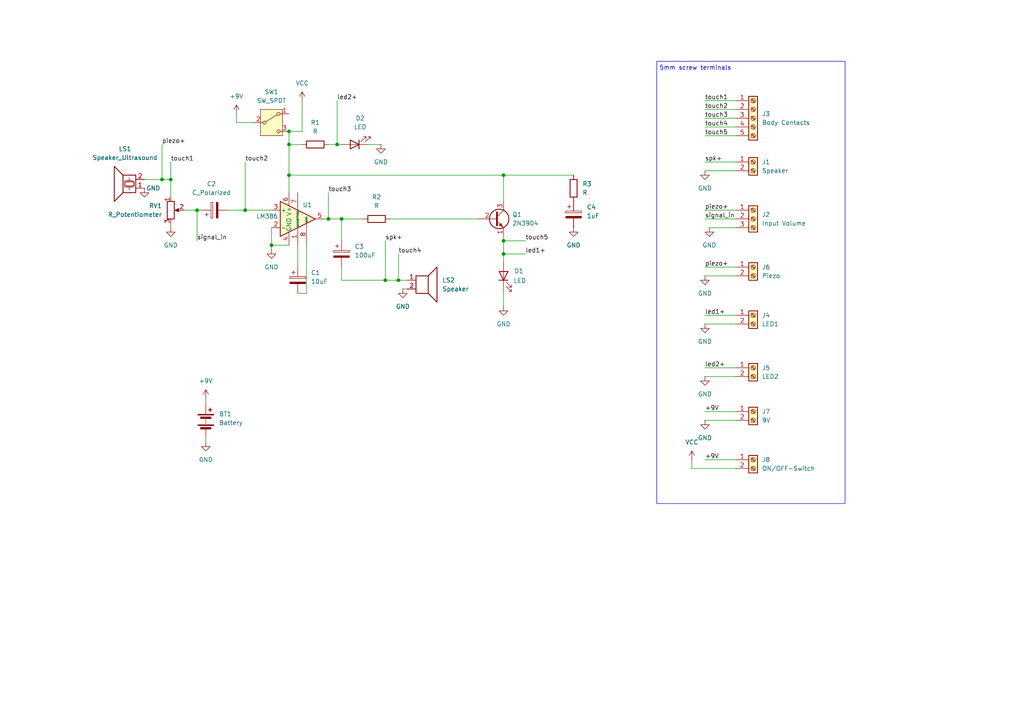
<source format=kicad_sch>
(kicad_sch (version 20231120) (generator "eeschema") (generator_version "8.0")
  (paper "A4")
  (lib_symbols
    (symbol "Amplifier_Audio:LM386" (pin_names (offset 0.127))
      (property "Reference" "U" (at 1.27 7.62 0))
      (property "Value" "LM386" (at 1.27 5.08 0))
      (symbol "LM386_0_1"
        (polyline (pts (xy 5.08 0) (xy -5.08 5.08) (xy -5.08 -5.08) (xy 5.08 0)) (stroke (width 0.254)) (fill (type background)))
      )
      (symbol "LM386_1_1"
        (pin input line (at 0 -7.62 90) (length 5.08) (name "GAIN") (number "1"))
        (pin input line (at -7.62 -2.54 0) (length 2.54) (name "-") (number "2"))
        (pin input line (at -7.62 2.54 0) (length 2.54) (name "+") (number "3"))
        (pin power_in line (at -2.54 -7.62 90) (length 3.81) (name "GND") (number "4"))
        (pin output line (at 7.62 0 180) (length 2.54) (name "~") (number "5"))
        (pin power_in line (at -2.54 7.62 270) (length 3.81) (name "V+") (number "6"))
        (pin input line (at 0 7.62 270) (length 5.08) (name "BYPASS") (number "7"))
        (pin input line (at 2.54 -7.62 90) (length 6.35) (name "GAIN") (number "8"))
      )
    )
    (symbol "Connector:Screw_Terminal_01x02" (pin_names (offset 1.016) hide)
      (property "Reference" "J" (at 0 2.54 0))
      (property "Value" "Screw_Terminal_01x02" (at 0 -5.08 0))
      (symbol "Screw_Terminal_01x02_1_1"
        (rectangle (start -1.27 1.27) (end 1.27 -3.81) (stroke (width 0.254)) (fill (type background)))
        (circle (center 0 -2.54) (radius 0.635) (stroke (width 0.1524)))
        (polyline (pts (xy -0.5334 -2.2098) (xy 0.3302 -3.048)) (stroke (width 0.1524)))
        (polyline (pts (xy -0.5334 0.3302) (xy 0.3302 -0.508)) (stroke (width 0.1524)))
        (polyline (pts (xy -0.3556 -2.032) (xy 0.508 -2.8702)) (stroke (width 0.1524)))
        (polyline (pts (xy -0.3556 0.508) (xy 0.508 -0.3302)) (stroke (width 0.1524)))
        (circle (center 0 0) (radius 0.635) (stroke (width 0.1524)))
        (pin passive line (at -5.08 0 0) (length 3.81) (name "Pin_1") (number "1"))
        (pin passive line (at -5.08 -2.54 0) (length 3.81) (name "Pin_2") (number "2"))
      )
    )
    (symbol "Connector:Screw_Terminal_01x03" (pin_names (offset 1.016) hide)
      (property "Reference" "J" (at 0 5.08 0))
      (property "Value" "Screw_Terminal_01x03" (at 0 -5.08 0))
      (symbol "Screw_Terminal_01x03_1_1"
        (rectangle (start -1.27 3.81) (end 1.27 -3.81) (stroke (width 0.254)) (fill (type background)))
        (circle (center 0 -2.54) (radius 0.635) (stroke (width 0.1524)))
        (polyline (pts (xy -0.5334 -2.2098) (xy 0.3302 -3.048)) (stroke (width 0.1524)))
        (polyline (pts (xy -0.5334 0.3302) (xy 0.3302 -0.508)) (stroke (width 0.1524)))
        (polyline (pts (xy -0.5334 2.8702) (xy 0.3302 2.032)) (stroke (width 0.1524)))
        (polyline (pts (xy -0.3556 -2.032) (xy 0.508 -2.8702)) (stroke (width 0.1524)))
        (polyline (pts (xy -0.3556 0.508) (xy 0.508 -0.3302)) (stroke (width 0.1524)))
        (polyline (pts (xy -0.3556 3.048) (xy 0.508 2.2098)) (stroke (width 0.1524)))
        (circle (center 0 0) (radius 0.635) (stroke (width 0.1524)))
        (circle (center 0 2.54) (radius 0.635) (stroke (width 0.1524)))
        (pin passive line (at -5.08 2.54 0) (length 3.81) (name "Pin_1") (number "1"))
        (pin passive line (at -5.08 0 0) (length 3.81) (name "Pin_2") (number "2"))
        (pin passive line (at -5.08 -2.54 0) (length 3.81) (name "Pin_3") (number "3"))
      )
    )
    (symbol "Connector:Screw_Terminal_01x05" (pin_names (offset 1.016) hide)
      (property "Reference" "J" (at 0 7.62 0))
      (property "Value" "Screw_Terminal_01x05" (at 0 -7.62 0))
      (symbol "Screw_Terminal_01x05_1_1"
        (rectangle (start -1.27 6.35) (end 1.27 -6.35) (stroke (width 0.254)) (fill (type background)))
        (circle (center 0 -5.08) (radius 0.635) (stroke (width 0.1524)))
        (circle (center 0 -2.54) (radius 0.635) (stroke (width 0.1524)))
        (polyline (pts (xy -0.5334 -4.7498) (xy 0.3302 -5.588)) (stroke (width 0.1524)))
        (polyline (pts (xy -0.5334 -2.2098) (xy 0.3302 -3.048)) (stroke (width 0.1524)))
        (polyline (pts (xy -0.5334 0.3302) (xy 0.3302 -0.508)) (stroke (width 0.1524)))
        (polyline (pts (xy -0.5334 2.8702) (xy 0.3302 2.032)) (stroke (width 0.1524)))
        (polyline (pts (xy -0.5334 5.4102) (xy 0.3302 4.572)) (stroke (width 0.1524)))
        (polyline (pts (xy -0.3556 -4.572) (xy 0.508 -5.4102)) (stroke (width 0.1524)))
        (polyline (pts (xy -0.3556 -2.032) (xy 0.508 -2.8702)) (stroke (width 0.1524)))
        (polyline (pts (xy -0.3556 0.508) (xy 0.508 -0.3302)) (stroke (width 0.1524)))
        (polyline (pts (xy -0.3556 3.048) (xy 0.508 2.2098)) (stroke (width 0.1524)))
        (polyline (pts (xy -0.3556 5.588) (xy 0.508 4.7498)) (stroke (width 0.1524)))
        (circle (center 0 0) (radius 0.635) (stroke (width 0.1524)))
        (circle (center 0 2.54) (radius 0.635) (stroke (width 0.1524)))
        (circle (center 0 5.08) (radius 0.635) (stroke (width 0.1524)))
        (pin passive line (at -5.08 5.08 0) (length 3.81) (name "Pin_1") (number "1"))
        (pin passive line (at -5.08 2.54 0) (length 3.81) (name "Pin_2") (number "2"))
        (pin passive line (at -5.08 0 0) (length 3.81) (name "Pin_3") (number "3"))
        (pin passive line (at -5.08 -2.54 0) (length 3.81) (name "Pin_4") (number "4"))
        (pin passive line (at -5.08 -5.08 0) (length 3.81) (name "Pin_5") (number "5"))
      )
    )
    (symbol "Device:Battery" (pin_numbers hide) (pin_names (offset 0) hide)
      (property "Reference" "BT" (at 2.54 2.54 0))
      (property "Value" "Battery" (at 2.54 0 0))
      (symbol "Battery_0_1"
        (rectangle (start -2.286 -1.27) (end 2.286 -1.524) (fill (type outline)))
        (rectangle (start -2.286 1.778) (end 2.286 1.524) (fill (type outline)))
        (rectangle (start -1.524 -2.032) (end 1.524 -2.54) (fill (type outline)))
        (rectangle (start -1.524 1.016) (end 1.524 0.508) (fill (type outline)))
        (polyline (pts (xy 0 -1.016) (xy 0 -0.762)))
        (polyline (pts (xy 0 -0.508) (xy 0 -0.254)))
        (polyline (pts (xy 0 0) (xy 0 0.254)))
        (polyline (pts (xy 0 1.778) (xy 0 2.54)))
        (polyline (pts (xy 0.762 3.048) (xy 1.778 3.048)) (stroke (width 0.254)))
        (polyline (pts (xy 1.27 3.556) (xy 1.27 2.54)) (stroke (width 0.254)))
      )
      (symbol "Battery_1_1"
        (pin passive line (at 0 5.08 270) (length 2.54) (name "+") (number "1"))
        (pin passive line (at 0 -5.08 90) (length 2.54) (name "-") (number "2"))
      )
    )
    (symbol "Device:C_Polarized" (pin_numbers hide) (pin_names (offset 0.254))
      (property "Reference" "C" (at 0.635 2.54 0))
      (property "Value" "C_Polarized" (at 0.635 -2.54 0))
      (symbol "C_Polarized_0_1"
        (rectangle (start -2.286 0.508) (end 2.286 1.016))
        (polyline (pts (xy -1.778 2.286) (xy -0.762 2.286)))
        (polyline (pts (xy -1.27 2.794) (xy -1.27 1.778)))
        (rectangle (start 2.286 -0.508) (end -2.286 -1.016) (fill (type outline)))
      )
      (symbol "C_Polarized_1_1"
        (pin passive line (at 0 3.81 270) (length 2.794) (name "~") (number "1"))
        (pin passive line (at 0 -3.81 90) (length 2.794) (name "~") (number "2"))
      )
    )
    (symbol "Device:LED" (pin_numbers hide) (pin_names (offset 1.016) hide)
      (property "Reference" "D" (at 0 2.54 0))
      (property "Value" "LED" (at 0 -2.54 0))
      (symbol "LED_0_1"
        (polyline (pts (xy -1.27 -1.27) (xy -1.27 1.27)) (stroke (width 0.254)))
        (polyline (pts (xy -1.27 0) (xy 1.27 0)))
        (polyline (pts (xy 1.27 -1.27) (xy 1.27 1.27) (xy -1.27 0) (xy 1.27 -1.27)) (stroke (width 0.254)))
        (polyline (pts (xy -3.048 -0.762) (xy -4.572 -2.286) (xy -3.81 -2.286) (xy -4.572 -2.286) (xy -4.572 -1.524)))
        (polyline (pts (xy -1.778 -0.762) (xy -3.302 -2.286) (xy -2.54 -2.286) (xy -3.302 -2.286) (xy -3.302 -1.524)))
      )
      (symbol "LED_1_1"
        (pin passive line (at -3.81 0 0) (length 2.54) (name "K") (number "1"))
        (pin passive line (at 3.81 0 180) (length 2.54) (name "A") (number "2"))
      )
    )
    (symbol "Device:R" (pin_numbers hide) (pin_names (offset 0))
      (property "Reference" "R" (at 2.032 0 90))
      (property "Value" "R" (at 0 0 90))
      (symbol "R_0_1"
        (rectangle (start -1.016 -2.54) (end 1.016 2.54) (stroke (width 0.254)))
      )
      (symbol "R_1_1"
        (pin passive line (at 0 3.81 270) (length 1.27) (name "~") (number "1"))
        (pin passive line (at 0 -3.81 90) (length 1.27) (name "~") (number "2"))
      )
    )
    (symbol "Device:R_Potentiometer" (pin_names (offset 1.016) hide)
      (property "Reference" "RV" (at -4.445 0 90))
      (property "Value" "R_Potentiometer" (at -2.54 0 90))
      (symbol "R_Potentiometer_0_1"
        (polyline (pts (xy 2.54 0) (xy 1.524 0)))
        (polyline (pts (xy 1.143 0) (xy 2.286 0.508) (xy 2.286 -0.508) (xy 1.143 0)) (fill (type outline)))
        (rectangle (start 1.016 2.54) (end -1.016 -2.54) (stroke (width 0.254)))
      )
      (symbol "R_Potentiometer_1_1"
        (pin passive line (at 0 3.81 270) (length 1.27) (name "1") (number "1"))
        (pin passive line (at 3.81 0 180) (length 1.27) (name "2") (number "2"))
        (pin passive line (at 0 -3.81 90) (length 1.27) (name "3") (number "3"))
      )
    )
    (symbol "Device:Speaker" (pin_names (offset 0) hide)
      (property "Reference" "LS" (at 1.27 5.715 0))
      (property "Value" "Speaker" (at 1.27 3.81 0))
      (symbol "Speaker_0_0"
        (rectangle (start -2.54 1.27) (end 1.016 -3.81) (stroke (width 0.254)))
        (polyline (pts (xy 1.016 1.27) (xy 3.556 3.81) (xy 3.556 -6.35) (xy 1.016 -3.81)) (stroke (width 0.254)))
      )
      (symbol "Speaker_1_1"
        (pin input line (at -5.08 0 0) (length 2.54) (name "1") (number "1"))
        (pin input line (at -5.08 -2.54 0) (length 2.54) (name "2") (number "2"))
      )
    )
    (symbol "Device:Speaker_Ultrasound" (pin_names (offset 0) hide)
      (property "Reference" "LS" (at 0.635 5.715 0))
      (property "Value" "Speaker_Ultrasound" (at 0.635 3.81 0))
      (symbol "Speaker_Ultrasound_0_0"
        (rectangle (start -2.54 1.27) (end 1.143 -3.81) (stroke (width 0.254)))
        (rectangle (start -2.032 -0.635) (end 0.635 -1.905) (stroke (width 0.254)))
        (polyline (pts (xy -1.651 -2.286) (xy 0.381 -2.286)))
        (polyline (pts (xy -1.651 -0.254) (xy 0.381 -0.254)))
        (polyline (pts (xy -0.635 -2.286) (xy -0.635 -3.048)))
        (polyline (pts (xy -0.635 -0.254) (xy -0.635 0.508)))
        (polyline (pts (xy 1.143 1.27) (xy 3.683 3.81) (xy 3.683 -6.35) (xy 1.143 -3.81)) (stroke (width 0.254)))
      )
      (symbol "Speaker_Ultrasound_1_1"
        (pin input line (at -5.08 0 0) (length 2.54) (name "1") (number "1"))
        (pin input line (at -5.08 -2.54 0) (length 2.54) (name "2") (number "2"))
      )
    )
    (symbol "Switch:SW_SPDT" (pin_names (offset 0) hide)
      (property "Reference" "SW" (at 0 5.08 0))
      (property "Value" "SW_SPDT" (at 0 -5.08 0))
      (symbol "SW_SPDT_0_1"
        (circle (center -2.032 0) (radius 0.4572))
        (polyline (pts (xy -1.651 0.254) (xy 1.651 2.286)))
        (circle (center 2.032 -2.54) (radius 0.4572))
        (circle (center 2.032 2.54) (radius 0.4572))
      )
      (symbol "SW_SPDT_1_1"
        (rectangle (start -3.175 3.81) (end 3.175 -3.81) (fill (type background)))
        (pin passive line (at 5.08 2.54 180) (length 2.54) (name "A") (number "1"))
        (pin passive line (at -5.08 0 0) (length 2.54) (name "B") (number "2"))
        (pin passive line (at 5.08 -2.54 180) (length 2.54) (name "C") (number "3"))
      )
    )
    (symbol "Transistor_BJT:2N3904" (pin_names (offset 0) hide)
      (property "Reference" "Q" (at 5.08 1.905 0))
      (property "Value" "2N3904" (at 5.08 0 0))
      (symbol "2N3904_0_1"
        (polyline (pts (xy 0.635 0.635) (xy 2.54 2.54)))
        (polyline (pts (xy 0.635 -0.635) (xy 2.54 -2.54) (xy 2.54 -2.54)))
        (polyline (pts (xy 0.635 1.905) (xy 0.635 -1.905) (xy 0.635 -1.905)) (stroke (width 0.508)))
        (polyline (pts (xy 1.27 -1.778) (xy 1.778 -1.27) (xy 2.286 -2.286) (xy 1.27 -1.778) (xy 1.27 -1.778)) (fill (type outline)))
        (circle (center 1.27 0) (radius 2.8194) (stroke (width 0.254)))
      )
      (symbol "2N3904_1_1"
        (pin passive line (at 2.54 -5.08 90) (length 2.54) (name "E") (number "1"))
        (pin passive line (at -5.08 0 0) (length 5.715) (name "B") (number "2"))
        (pin passive line (at 2.54 5.08 270) (length 2.54) (name "C") (number "3"))
      )
    )
    (symbol "power:+9V" (power) (pin_numbers hide) (pin_names (offset 0) hide)
      (property "Value" "+9V" (at 0 3.556 0))
      (symbol "+9V_0_1"
        (polyline (pts (xy -0.762 1.27) (xy 0 2.54)))
        (polyline (pts (xy 0 0) (xy 0 2.54)))
        (polyline (pts (xy 0 2.54) (xy 0.762 1.27)))
      )
      (symbol "+9V_1_1"
        (pin power_in line (at 0 0 90) (length 0) (name "~") (number "1"))
      )
    )
    (symbol "power:GND" (power) (pin_numbers hide) (pin_names (offset 0) hide)
      (property "Value" "GND" (at 0 -3.81 0))
      (symbol "GND_0_1"
        (polyline (pts (xy 0 0) (xy 0 -1.27) (xy 1.27 -1.27) (xy 0 -2.54) (xy -1.27 -1.27) (xy 0 -1.27)))
      )
      (symbol "GND_1_1"
        (pin power_in line (at 0 0 270) (length 0) (name "~") (number "1"))
      )
    )
    (symbol "power:VCC" (power) (pin_numbers hide) (pin_names (offset 0) hide)
      (property "Value" "VCC" (at 0 3.556 0))
      (symbol "VCC_0_1"
        (polyline (pts (xy -0.762 1.27) (xy 0 2.54)))
        (polyline (pts (xy 0 0) (xy 0 2.54)))
        (polyline (pts (xy 0 2.54) (xy 0.762 1.27)))
      )
      (symbol "VCC_1_1"
        (pin power_in line (at 0 0 90) (length 0) (name "~") (number "1"))
      )
    )
  )
  (junction (at 146.05 73.66))
  (junction (at 111.76 81.28))
  (junction (at 146.05 69.85))
  (junction (at 146.05 50.8))
  (junction (at 115.57 81.28))
  (junction (at 95.25 63.5))
  (junction (at 71.12 60.96))
  (junction (at 46.99 52.07))
  (junction (at 49.53 52.07))
  (junction (at 83.82 50.8))
  (junction (at 83.82 41.91))
  (junction (at 99.06 63.5))
  (junction (at 83.82 38.1))
  (junction (at 97.79 41.91))
  (junction (at 57.15 60.96))
  (junction (at 78.74 71.12))
  (wire (pts (xy 97.79 29.21) (xy 97.79 41.91)))
  (wire (pts (xy 49.53 64.77) (xy 49.53 66.04)))
  (wire (pts (xy 213.36 39.37) (xy 204.47 39.37)))
  (wire (pts (xy 146.05 83.82) (xy 146.05 88.9)))
  (wire (pts (xy 204.47 109.22) (xy 213.36 109.22)))
  (wire (pts (xy 78.74 71.12) (xy 78.74 72.39)))
  (wire (pts (xy 200.66 135.89) (xy 200.66 133.35)))
  (wire (pts (xy 53.34 60.96) (xy 57.15 60.96)))
  (wire (pts (xy 71.12 60.96) (xy 78.74 60.96)))
  (wire (pts (xy 204.47 63.5) (xy 213.36 63.5)))
  (wire (pts (xy 111.76 81.28) (xy 115.57 81.28)))
  (wire (pts (xy 66.04 60.96) (xy 71.12 60.96)))
  (wire (pts (xy 41.91 52.07) (xy 46.99 52.07)))
  (wire (pts (xy 200.66 135.89) (xy 213.36 135.89)))
  (wire (pts (xy 78.74 71.12) (xy 83.82 71.12)))
  (wire (pts (xy 78.74 66.04) (xy 78.74 71.12)))
  (wire (pts (xy 113.03 63.5) (xy 138.43 63.5)))
  (wire (pts (xy 83.82 50.8) (xy 146.05 50.8)))
  (wire (pts (xy 213.36 31.75) (xy 204.47 31.75)))
  (wire (pts (xy 59.69 116.84) (xy 59.69 115.57)))
  (wire (pts (xy 115.57 73.66) (xy 115.57 81.28)))
  (wire (pts (xy 213.36 91.44) (xy 204.47 91.44)))
  (wire (pts (xy 68.58 35.56) (xy 73.66 35.56)))
  (wire (pts (xy 95.25 55.88) (xy 95.25 63.5)))
  (wire (pts (xy 146.05 73.66) (xy 146.05 76.2)))
  (wire (pts (xy 204.47 77.47) (xy 213.36 77.47)))
  (wire (pts (xy 213.36 133.35) (xy 204.47 133.35)))
  (wire (pts (xy 87.63 38.1) (xy 83.82 38.1)))
  (wire (pts (xy 88.9 85.09) (xy 88.9 71.12)))
  (wire (pts (xy 99.06 63.5) (xy 105.41 63.5)))
  (wire (pts (xy 46.99 52.07) (xy 49.53 52.07)))
  (wire (pts (xy 204.47 93.98) (xy 213.36 93.98)))
  (wire (pts (xy 68.58 33.02) (xy 68.58 35.56)))
  (wire (pts (xy 49.53 52.07) (xy 49.53 57.15)))
  (wire (pts (xy 204.47 60.96) (xy 213.36 60.96)))
  (wire (pts (xy 146.05 69.85) (xy 146.05 73.66)))
  (wire (pts (xy 49.53 46.99) (xy 49.53 52.07)))
  (wire (pts (xy 204.47 49.53) (xy 213.36 49.53)))
  (wire (pts (xy 213.36 29.21) (xy 204.47 29.21)))
  (wire (pts (xy 97.79 41.91) (xy 99.06 41.91)))
  (wire (pts (xy 83.82 50.8) (xy 83.82 55.88)))
  (wire (pts (xy 59.69 127) (xy 59.69 128.27)))
  (wire (pts (xy 146.05 50.8) (xy 146.05 58.42)))
  (wire (pts (xy 146.05 68.58) (xy 146.05 69.85)))
  (wire (pts (xy 166.37 50.8) (xy 146.05 50.8)))
  (wire (pts (xy 204.47 121.92) (xy 213.36 121.92)))
  (wire (pts (xy 95.25 63.5) (xy 99.06 63.5)))
  (wire (pts (xy 213.36 106.68) (xy 204.47 106.68)))
  (wire (pts (xy 146.05 69.85) (xy 152.4 69.85)))
  (wire (pts (xy 57.15 60.96) (xy 57.15 69.85)))
  (wire (pts (xy 95.25 41.91) (xy 97.79 41.91)))
  (wire (pts (xy 99.06 63.5) (xy 99.06 69.85)))
  (wire (pts (xy 71.12 46.99) (xy 71.12 60.96)))
  (wire (pts (xy 111.76 69.85) (xy 111.76 81.28)))
  (wire (pts (xy 204.47 80.01) (xy 213.36 80.01)))
  (wire (pts (xy 87.63 29.21) (xy 87.63 38.1)))
  (wire (pts (xy 99.06 77.47) (xy 99.06 81.28)))
  (wire (pts (xy 205.74 66.04) (xy 213.36 66.04)))
  (wire (pts (xy 93.98 63.5) (xy 95.25 63.5)))
  (wire (pts (xy 118.11 83.82) (xy 116.84 83.82)))
  (wire (pts (xy 213.36 36.83) (xy 204.47 36.83)))
  (wire (pts (xy 213.36 34.29) (xy 204.47 34.29)))
  (wire (pts (xy 57.15 60.96) (xy 58.42 60.96)))
  (wire (pts (xy 83.82 38.1) (xy 83.82 41.91)))
  (wire (pts (xy 106.68 41.91) (xy 110.49 41.91)))
  (wire (pts (xy 83.82 41.91) (xy 83.82 50.8)))
  (wire (pts (xy 86.36 85.09) (xy 88.9 85.09)))
  (wire (pts (xy 146.05 73.66) (xy 152.4 73.66)))
  (wire (pts (xy 204.47 46.99) (xy 213.36 46.99)))
  (wire (pts (xy 213.36 119.38) (xy 204.47 119.38)))
  (wire (pts (xy 115.57 81.28) (xy 118.11 81.28)))
  (wire (pts (xy 46.99 41.91) (xy 46.99 52.07)))
  (wire (pts (xy 83.82 41.91) (xy 87.63 41.91)))
  (wire (pts (xy 86.36 71.12) (xy 86.36 77.47)))
  (wire (pts (xy 99.06 81.28) (xy 111.76 81.28)))
  (rectangle (start 190.5 17.78) (end 245.11 146.05))
  (text "5mm screw terminals" (at 201.676 19.812 0) (effects (font (size 1.27 1.27))))
  (label "led2+" (at 204.47 106.68 0))
  (label "touch5" (at 204.47 39.37 0))
  (label "piezo+" (at 204.47 60.96 0))
  (label "piezo+" (at 204.47 77.47 0))
  (label "led1+" (at 204.47 91.44 0))
  (label "touch2" (at 204.47 31.75 0))
  (label "spk+" (at 111.76 69.85 0))
  (label "led1+" (at 152.4 73.66 0))
  (label "touch3" (at 95.25 55.88 0))
  (label "touch3" (at 204.47 34.29 0))
  (label "touch1" (at 204.47 29.21 0))
  (label "touch2" (at 71.12 46.99 0))
  (label "touch4" (at 204.47 36.83 0))
  (label "touch4" (at 115.57 73.66 0))
  (label "touch1" (at 49.53 46.99 0))
  (label "spk+" (at 204.47 46.99 0))
  (label "+9V" (at 204.47 133.35 0))
  (label "touch5" (at 152.4 69.85 0))
  (label "piezo+" (at 46.99 41.91 0))
  (label "signal_in" (at 204.47 63.5 0))
  (label "signal_in" (at 57.15 69.85 0))
  (label "led2+" (at 97.79 29.21 0))
  (label "+9V" (at 204.47 119.38 0))
  (symbol (lib_id "power:GND") (at 166.37 66.04 0) (unit 1)
    (property "Reference" "#PWR04" (effects (hide yes)))
    (property "Value" "GND" (at 166.37 71.12 0))
    (property "Description" "Power symbol creates a global label with name \"GND\" , ground" (effects (hide yes)))
  )
  (symbol (lib_id "power:GND") (at 41.91 54.61 0) (unit 1)
    (property "Reference" "#PWR06" (effects (hide yes)))
    (property "Value" "GND" (at 44.45 54.61 0))
    (property "Description" "Power symbol creates a global label with name \"GND\" , ground" (effects (hide yes)))
  )
  (symbol (lib_id "power:+9V") (at 68.58 33.02 0) (unit 1)
    (property "Reference" "#PWR07" (effects (hide yes)))
    (property "Value" "+9V" (at 68.58 27.94 0))
    (property "Description" "Power symbol creates a global label with name \"+9V\"" (effects (hide yes)))
  )
  (symbol (lib_id "Connector:Screw_Terminal_01x02") (at 218.44 77.47 0) (unit 1)
    (property "Reference" "J6" (at 220.98 77.4699 0) (effects (justify left)))
    (property "Value" "Piezo" (at 220.98 80.0099 0) (effects (justify left)))
    (property "Footprint" "TerminalBlock_MetzConnect:TerminalBlock_MetzConnect_Type011_RT05502HBWC_1x02_P5.00mm_Horizontal" (effects (hide yes)))
    (property "Description" "Generic screw terminal, single row, 01x02, script generated (kicad-library-utils/schlib/autogen/connector/)" (effects (hide yes)))
  )
  (symbol (lib_id "Device:R_Potentiometer") (at 49.53 60.96 0) (unit 1) (on_board no)
    (property "Reference" "RV1" (at 46.99 59.6899 0) (effects (justify right)))
    (property "Value" "R_Potentiometer" (at 46.99 62.2299 0) (effects (justify right)))
    (property "Description" "Potentiometer" (effects (hide yes)))
  )
  (symbol (lib_id "power:GND") (at 78.74 72.39 0) (unit 1)
    (property "Reference" "#PWR05" (effects (hide yes)))
    (property "Value" "GND" (at 78.74 77.47 0))
    (property "Description" "Power symbol creates a global label with name \"GND\" , ground" (effects (hide yes)))
  )
  (symbol (lib_id "power:GND") (at 204.47 80.01 0) (unit 1)
    (property "Reference" "#PWR013" (effects (hide yes)))
    (property "Value" "GND" (at 204.47 85.09 0))
    (property "Description" "Power symbol creates a global label with name \"GND\" , ground" (effects (hide yes)))
  )
  (symbol (lib_id "power:VCC") (at 200.66 133.35 0) (unit 1)
    (property "Reference" "#PWR017" (effects (hide yes)))
    (property "Value" "VCC" (at 200.66 128.27 0))
    (property "Description" "Power symbol creates a global label with name \"VCC\"" (effects (hide yes)))
  )
  (symbol (lib_id "power:GND") (at 204.47 121.92 0) (unit 1)
    (property "Reference" "#PWR016" (effects (hide yes)))
    (property "Value" "GND" (at 204.47 127 0))
    (property "Description" "Power symbol creates a global label with name \"GND\" , ground" (effects (hide yes)))
  )
  (symbol (lib_id "power:GND") (at 204.47 109.22 0) (unit 1)
    (property "Reference" "#PWR015" (effects (hide yes)))
    (property "Value" "GND" (at 204.47 114.3 0))
    (property "Description" "Power symbol creates a global label with name \"GND\" , ground" (effects (hide yes)))
  )
  (symbol (lib_id "Device:C_Polarized") (at 99.06 73.66 0) (unit 1)
    (property "Reference" "C3" (at 102.87 71.5009 0) (effects (justify left)))
    (property "Value" "100uF" (at 102.87 74.0409 0) (effects (justify left)))
    (property "Footprint" "Capacitor_THT:C_Radial_D5.0mm_H11.0mm_P2.00mm" (effects (hide yes)))
    (property "Description" "Polarized capacitor" (effects (hide yes)))
  )
  (symbol (lib_id "Connector:Screw_Terminal_01x02") (at 218.44 46.99 0) (unit 1)
    (property "Reference" "J1" (at 220.98 46.9899 0) (effects (justify left)))
    (property "Value" "Speaker" (at 220.98 49.5299 0) (effects (justify left)))
    (property "Footprint" "TerminalBlock_MetzConnect:TerminalBlock_MetzConnect_Type011_RT05502HBWC_1x02_P5.00mm_Horizontal" (effects (hide yes)))
    (property "Description" "Generic screw terminal, single row, 01x02, script generated (kicad-library-utils/schlib/autogen/connector/)" (effects (hide yes)))
  )
  (symbol (lib_id "Switch:SW_SPDT") (at 78.74 35.56 0) (unit 1)
    (property "Reference" "SW1" (at 78.74 26.67 0))
    (property "Value" "SW_SPDT" (at 78.74 29.21 0))
    (property "Description" "Switch, single pole double throw" (effects (hide yes)))
  )
  (symbol (lib_id "Device:R") (at 91.44 41.91 90) (unit 1)
    (property "Reference" "R1" (at 91.44 35.56 90))
    (property "Value" "R" (at 91.44 38.1 90))
    (property "Footprint" "Resistor_THT:R_Axial_DIN0204_L3.6mm_D1.6mm_P7.62mm_Horizontal" (effects (hide yes)))
    (property "Description" "Resistor" (effects (hide yes)))
  )
  (symbol (lib_id "Connector:Screw_Terminal_01x02") (at 218.44 106.68 0) (unit 1)
    (property "Reference" "J5" (at 220.98 106.6799 0) (effects (justify left)))
    (property "Value" "LED2" (at 220.98 109.2199 0) (effects (justify left)))
    (property "Footprint" "TerminalBlock_MetzConnect:TerminalBlock_MetzConnect_Type011_RT05502HBWC_1x02_P5.00mm_Horizontal" (effects (hide yes)))
    (property "Description" "Generic screw terminal, single row, 01x02, script generated (kicad-library-utils/schlib/autogen/connector/)" (effects (hide yes)))
  )
  (symbol (lib_id "Device:R") (at 109.22 63.5 90) (unit 1)
    (property "Reference" "R2" (at 109.22 57.15 90))
    (property "Value" "R" (at 109.22 59.69 90))
    (property "Footprint" "Resistor_THT:R_Axial_DIN0204_L3.6mm_D1.6mm_P7.62mm_Horizontal" (effects (hide yes)))
    (property "Description" "Resistor" (effects (hide yes)))
  )
  (symbol (lib_id "Device:C_Polarized") (at 166.37 62.23 0) (unit 1)
    (property "Reference" "C4" (at 170.18 60.0709 0) (effects (justify left)))
    (property "Value" "1uF" (at 170.18 62.6109 0) (effects (justify left)))
    (property "Footprint" "Capacitor_THT:C_Radial_D5.0mm_H11.0mm_P2.00mm" (effects (hide yes)))
    (property "Description" "Polarized capacitor" (effects (hide yes)))
  )
  (symbol (lib_id "power:GND") (at 205.74 66.04 0) (unit 1)
    (property "Reference" "#PWR012" (effects (hide yes)))
    (property "Value" "GND" (at 205.74 71.12 0))
    (property "Description" "Power symbol creates a global label with name \"GND\" , ground" (effects (hide yes)))
  )
  (symbol (lib_id "Device:LED") (at 102.87 41.91 180) (unit 1) (on_board no)
    (property "Reference" "D2" (at 104.4575 34.29 0))
    (property "Value" "LED" (at 104.4575 36.83 0))
    (property "Description" "Light emitting diode" (effects (hide yes)))
  )
  (symbol (lib_id "Device:R") (at 166.37 54.61 0) (unit 1)
    (property "Reference" "R3" (at 168.91 53.3399 0) (effects (justify left)))
    (property "Value" "R" (at 168.91 55.8799 0) (effects (justify left)))
    (property "Footprint" "Resistor_THT:R_Axial_DIN0204_L3.6mm_D1.6mm_P7.62mm_Horizontal" (effects (hide yes)))
    (property "Description" "Resistor" (effects (hide yes)))
  )
  (symbol (lib_id "power:GND") (at 116.84 83.82 0) (unit 1)
    (property "Reference" "#PWR09" (effects (hide yes)))
    (property "Value" "GND" (at 116.84 88.9 0))
    (property "Description" "Power symbol creates a global label with name \"GND\" , ground" (effects (hide yes)))
  )
  (symbol (lib_id "power:GND") (at 110.49 41.91 0) (unit 1)
    (property "Reference" "#PWR08" (effects (hide yes)))
    (property "Value" "GND" (at 110.49 46.99 0))
    (property "Description" "Power symbol creates a global label with name \"GND\" , ground" (effects (hide yes)))
  )
  (symbol (lib_id "power:GND") (at 146.05 88.9 0) (unit 1)
    (property "Reference" "#PWR010" (effects (hide yes)))
    (property "Value" "GND" (at 146.05 93.98 0))
    (property "Description" "Power symbol creates a global label with name \"GND\" , ground" (effects (hide yes)))
  )
  (symbol (lib_id "Device:LED") (at 146.05 80.01 90) (unit 1) (on_board no)
    (property "Reference" "D1" (at 150.495 78.613 90))
    (property "Value" "LED" (at 150.749 81.407 90))
    (property "Description" "Light emitting diode" (effects (hide yes)))
  )
  (symbol (lib_id "Transistor_BJT:2N3904") (at 143.51 63.5 0) (unit 1)
    (property "Reference" "Q1" (at 148.59 62.2299 0) (effects (justify left)))
    (property "Value" "2N3904" (at 148.59 64.7699 0) (effects (justify left)))
    (property "Footprint" "Package_TO_SOT_THT:TO-92_Inline" (effects (hide yes)))
    (property "Datasheet" "https://www.onsemi.com/pub/Collateral/2N3903-D.PDF" (effects (hide yes)))
    (property "Description" "0.2A Ic, 40V Vce, Small Signal NPN Transistor, TO-92" (effects (hide yes)))
  )
  (symbol (lib_id "Device:C_Polarized") (at 86.36 81.28 0) (unit 1)
    (property "Reference" "C1" (at 90.17 79.1209 0) (effects (justify left)))
    (property "Value" "10uF" (at 90.17 81.6609 0) (effects (justify left)))
    (property "Footprint" "Capacitor_THT:C_Radial_D5.0mm_H11.0mm_P2.00mm" (effects (hide yes)))
    (property "Description" "Polarized capacitor" (effects (hide yes)))
  )
  (symbol (lib_id "power:+9V") (at 59.69 115.57 0) (unit 1)
    (property "Reference" "#PWR01" (effects (hide yes)))
    (property "Value" "+9V" (at 59.69 110.49 0))
    (property "Description" "Power symbol creates a global label with name \"+9V\"" (effects (hide yes)))
  )
  (symbol (lib_id "Device:Speaker") (at 123.19 81.28 0) (unit 1) (on_board no)
    (property "Reference" "LS2" (at 128.27 81.2799 0) (effects (justify left)))
    (property "Value" "Speaker" (at 128.27 83.8199 0) (effects (justify left)))
    (property "Description" "Speaker" (effects (hide yes)))
  )
  (symbol (lib_id "power:GND") (at 59.69 128.27 0) (unit 1)
    (property "Reference" "#PWR02" (effects (hide yes)))
    (property "Value" "GND" (at 59.69 133.35 0))
    (property "Description" "Power symbol creates a global label with name \"GND\" , ground" (effects (hide yes)))
  )
  (symbol (lib_id "power:GND") (at 49.53 66.04 0) (unit 1)
    (property "Reference" "#PWR03" (effects (hide yes)))
    (property "Value" "GND" (at 49.53 71.12 0))
    (property "Description" "Power symbol creates a global label with name \"GND\" , ground" (effects (hide yes)))
  )
  (symbol (lib_id "power:VCC") (at 87.63 29.21 0) (unit 1)
    (property "Reference" "#PWR018" (effects (hide yes)))
    (property "Value" "VCC" (at 87.63 24.13 0))
    (property "Description" "Power symbol creates a global label with name \"VCC\"" (effects (hide yes)))
  )
  (symbol (lib_id "Device:C_Polarized") (at 62.23 60.96 90) (unit 1)
    (property "Reference" "C2" (at 61.341 53.34 90))
    (property "Value" "C_Polarized" (at 61.341 55.88 90))
    (property "Footprint" "Capacitor_THT:C_Radial_D5.0mm_H11.0mm_P2.00mm" (effects (hide yes)))
    (property "Description" "Polarized capacitor" (effects (hide yes)))
  )
  (symbol (lib_id "power:GND") (at 204.47 93.98 0) (unit 1)
    (property "Reference" "#PWR014" (effects (hide yes)))
    (property "Value" "GND" (at 204.47 99.06 0))
    (property "Description" "Power symbol creates a global label with name \"GND\" , ground" (effects (hide yes)))
  )
  (symbol (lib_id "Connector:Screw_Terminal_01x02") (at 218.44 91.44 0) (unit 1)
    (property "Reference" "J4" (at 220.98 91.4399 0) (effects (justify left)))
    (property "Value" "LED1" (at 220.98 93.9799 0) (effects (justify left)))
    (property "Footprint" "TerminalBlock_MetzConnect:TerminalBlock_MetzConnect_Type011_RT05502HBWC_1x02_P5.00mm_Horizontal" (effects (hide yes)))
    (property "Description" "Generic screw terminal, single row, 01x02, script generated (kicad-library-utils/schlib/autogen/connector/)" (effects (hide yes)))
  )
  (symbol (lib_id "power:GND") (at 204.47 49.53 0) (unit 1)
    (property "Reference" "#PWR011" (effects (hide yes)))
    (property "Value" "GND" (at 204.47 54.61 0))
    (property "Description" "Power symbol creates a global label with name \"GND\" , ground" (effects (hide yes)))
  )
  (symbol (lib_id "Connector:Screw_Terminal_01x03") (at 218.44 63.5 0) (unit 1)
    (property "Reference" "J2" (at 220.98 62.2299 0) (effects (justify left)))
    (property "Value" "Input Volume" (at 220.98 64.7699 0) (effects (justify left)))
    (property "Footprint" "TerminalBlock_MetzConnect:TerminalBlock_MetzConnect_Type011_RT05503HBWC_1x03_P5.00mm_Horizontal" (effects (hide yes)))
    (property "Description" "Generic screw terminal, single row, 01x03, script generated (kicad-library-utils/schlib/autogen/connector/)" (effects (hide yes)))
  )
  (symbol (lib_id "Device:Battery") (at 59.69 121.92 0) (unit 1)
    (property "Reference" "BT1" (at 63.5 120.0784 0) (effects (justify left)))
    (property "Value" "Battery" (at 63.5 122.6184 0) (effects (justify left)))
    (property "Footprint" "Battery:BatteryHolder_Eagle_12BH611-GR" (effects (hide yes)))
    (property "Description" "Multiple-cell battery" (effects (hide yes)))
  )
  (symbol (lib_id "Connector:Screw_Terminal_01x02") (at 218.44 133.35 0) (unit 1)
    (property "Reference" "J8" (at 220.98 133.3499 0) (effects (justify left)))
    (property "Value" "ON/OFF-Switch" (at 220.98 135.8899 0) (effects (justify left)))
    (property "Footprint" "TerminalBlock_MetzConnect:TerminalBlock_MetzConnect_Type011_RT05502HBWC_1x02_P5.00mm_Horizontal" (effects (hide yes)))
    (property "Description" "Generic screw terminal, single row, 01x02, script generated (kicad-library-utils/schlib/autogen/connector/)" (effects (hide yes)))
  )
  (symbol (lib_id "Amplifier_Audio:LM386") (at 86.36 63.5 0) (unit 1)
    (property "Reference" "U1" (at 89.154 59.436 0))
    (property "Value" "LM386" (at 77.47 62.738 0))
    (property "Footprint" "Package_DIP:DIP-8_W7.62mm" (effects (hide yes)))
    (property "Datasheet" "http://www.ti.com/lit/ds/symlink/lm386.pdf" (effects (hide yes)))
    (property "Description" "Low Voltage Audio Power Amplifier, DIP-8/SOIC-8/SSOP-8" (effects (hide yes)))
  )
  (symbol (lib_id "Connector:Screw_Terminal_01x05") (at 218.44 34.29 0) (unit 1)
    (property "Reference" "J3" (at 220.98 33.0199 0) (effects (justify left)))
    (property "Value" "Body Contacts" (at 220.98 35.5599 0) (effects (justify left)))
    (property "Footprint" "TerminalBlock_MetzConnect:TerminalBlock_MetzConnect_Type011_RT05505HBWC_1x05_P5.00mm_Horizontal" (effects (hide yes)))
    (property "Description" "Generic screw terminal, single row, 01x05, script generated (kicad-library-utils/schlib/autogen/connector/)" (effects (hide yes)))
  )
  (symbol (lib_id "Device:Speaker_Ultrasound") (at 36.83 54.61 180) (unit 1) (on_board no)
    (property "Reference" "LS1" (at 36.2585 43.18 0))
    (property "Value" "Speaker_Ultrasound" (at 36.2585 45.72 0))
    (property "Description" "Ultrasonic transducer" (effects (hide yes)))
  )
  (symbol (lib_id "Connector:Screw_Terminal_01x02") (at 218.44 119.38 0) (unit 1)
    (property "Reference" "J7" (at 220.98 119.3799 0) (effects (justify left)))
    (property "Value" "9V" (at 220.98 121.9199 0) (effects (justify left)))
    (property "Footprint" "TerminalBlock_MetzConnect:TerminalBlock_MetzConnect_Type011_RT05502HBWC_1x02_P5.00mm_Horizontal" (effects (hide yes)))
    (property "Description" "Generic screw terminal, single row, 01x02, script generated (kicad-library-utils/schlib/autogen/connector/)" (effects (hide yes)))
  )
)
</source>
